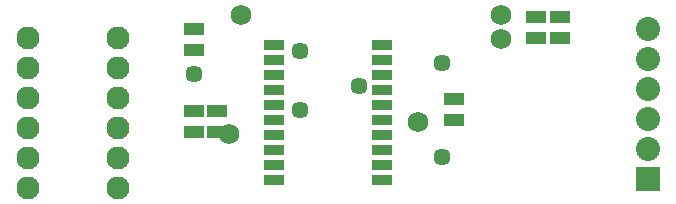
<source format=gbr>
G04 GENERATED BY PULSONIX 8.5 GERBER.DLL 5902*
G04 #@! TF.Part,Single*
%INPLATINE_1_NEW*%
%LNSOLDER MASK TOP*%
%FSLAX35Y35*%
%LPD*%
%MOIN*%
G04 #@! TF.FileFunction,Soldermask,Top*
G04 #@! TA.AperFunction,ViaPad*
%ADD73C,0.05724*%
G04 #@! TA.AperFunction,ComponentPad*
%ADD79R,0.08000X0.08000*%
%ADD80C,0.08000*%
G04 #@! TA.AperFunction,SMDPad*
%ADD81R,0.06508X0.04350*%
G04 #@! TA.AperFunction,ViaPad*
%ADD89C,0.06906*%
G04 #@! TA.AperFunction,SMDPad*
%ADD90R,0.06787X0.03402*%
G04 #@! TA.AperFunction,ComponentPad*
%ADD91C,0.07693*%
X0Y0D02*
D02*
D73*
X105713Y89489D03*
X141146Y77678D03*
Y97363D03*
X160831Y85552D03*
X188390Y61930D03*
Y93426D03*
D02*
D79*
X257288Y54647D03*
D02*
D80*
Y64647D03*
Y74647D03*
Y84647D03*
Y94647D03*
Y104647D03*
D02*
D81*
X105713Y70241D03*
Y77241D03*
Y97800D03*
Y104800D03*
X113587Y70241D03*
Y77241D03*
X192327Y74178D03*
Y81178D03*
X219886Y101737D03*
Y108737D03*
X227760Y101737D03*
Y108737D03*
D02*
D89*
X117524Y69804D03*
X121461Y109174D03*
X180516Y73741D03*
X208075Y101300D03*
Y109174D03*
D02*
D90*
X132386Y54233D03*
Y59233D03*
Y64233D03*
Y69233D03*
Y74233D03*
Y79233D03*
Y84233D03*
Y89233D03*
Y94233D03*
Y99233D03*
X168331Y54233D03*
Y59233D03*
Y64233D03*
Y69233D03*
Y74233D03*
Y79233D03*
Y84233D03*
Y89233D03*
Y94233D03*
Y99233D03*
D02*
D91*
X50359Y51782D03*
Y61782D03*
Y71782D03*
Y81782D03*
Y91782D03*
Y101782D03*
X80359Y51782D03*
Y61782D03*
Y71782D03*
Y81782D03*
Y91782D03*
Y101782D03*
X0Y0D02*
M02*

</source>
